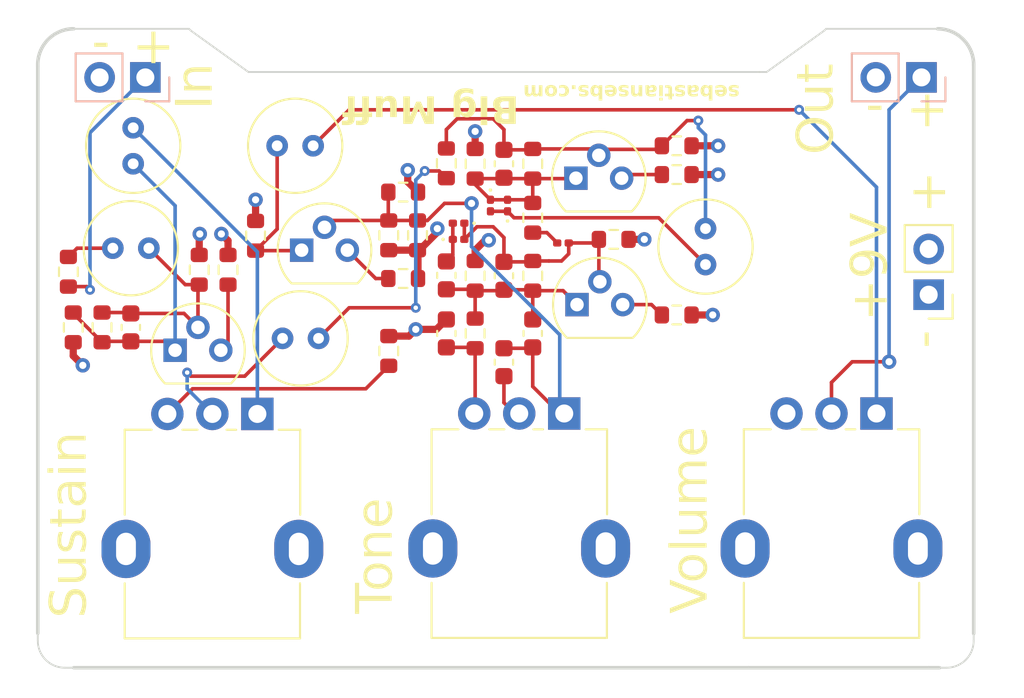
<source format=kicad_pcb>
(kicad_pcb (version 20241229) (generator "pcbnew") (generator_version "9.0")
  (title_block (title "${DOC_TYPE} Document") (date "2024-04-13") (rev "1.1") (company "${COMPANY}"))
  (layers (0 "F.Cu" signal "L1 (Sig, PWR)") (4 "In1.Cu" signal "L2 (GND)") (6 "In2.Cu" signal "L3 (Sig, PWR)") (2 "B.Cu" signal "L6 (Sig, PWR)") (13 "F.Paste" user) (15 "B.Paste" user) (5 "F.SilkS" user "F.Silkscreen") (7 "B.SilkS" user "B.Silkscreen") (1 "F.Mask" user) (3 "B.Mask" user) (25 "Edge.Cuts" user))
  (property "BOARD_NAME" "Board Name")
  (property "COMPANY" "Company Name")
  (property "DESIGNER" "Designer Name")
  (property "DOC_TYPE" "Fabrication")
  (property "PROJECT_NAME" "Project Name")
  (property "RELEASE_DATE" "Release Date")
  (property "REVIEWER" "Reviewer Name")
  (property "REVISION" "Revision Number")
  (property "VARIANT" "Variant Name")
  (net 0 "")
  (net 1 "Net-(C1-Pad2)")
  (net 2 "B1")
  (net 3 "C1")
  (net 4 "Net-(C3-Pad2)")
  (net 5 "B2")
  (net 6 "C2")
  (net 7 "Net-(D1-A)")
  (net 8 "Net-(C8-Pad2)")
  (net 9 "C4")
  (net 10 "C3")
  (net 11 "B3")
  (net 12 "Net-(D3-K)")
  (net 13 "B4")
  (net 14 "Net-(C12-Pad1)")
  (net 15 "Net-(C13-Pad2)")
  (net 16 "GND")
  (net 17 "Net-(C14-Pad1)")
  (net 18 "Net-(C14-Pad2)")
  (net 19 "Net-(C15-Pad1)")
  (net 20 "OUT")
  (net 21 "IN")
  (net 22 "9V")
  (net 23 "Net-(R6-Pad1)")
  (net 24 "E2")
  (net 25 "E3")
  (net 26 "E4")
  (net 27 "E1")
  (footprint "Potentiometer_THT:Potentiometer_Alpha_RD901F-40-00D_Single_Vertical" (layer "F.Cu") (at 212.1 83.875 -90)
    (property "Reference" "RV3" (hide yes))
    (property "Value" "Volume")
    (pad "" thru_hole oval (at 7.499999 -2.3) (size 2.72 3.24) (drill oval 1.1 1.8) (layers "*.Cu" "*.Mask"))
    (pad "" thru_hole oval (at 7.499999 7.3) (size 2.72 3.24) (drill oval 1.1 1.8) (layers "*.Cu" "*.Mask"))
    (pad "1" thru_hole rect (at 0 0) (size 1.8 1.8) (drill 1) (layers "*.Cu" "*.Mask") (net 8 "Net-(C8-Pad2)"))
    (pad "2" thru_hole circle (at 0 2.5) (size 1.8 1.8) (drill 1) (layers "*.Cu" "*.Mask") (net 20 "OUT"))
    (pad "3" thru_hole circle (at 0 5) (size 1.8 1.8) (drill 1) (layers "*.Cu" "*.Mask") (net 16 "GND"))
  )
  (footprint "Resistor_SMD:R_0603_1608Metric" (layer "F.Cu") (at 169.07 79.09 90)
    (property "Reference" "R2" (hide yes))
    (property "Value" "R" (hide yes))
    (pad "1" smd roundrect (at -0.825 0 90) (size 0.8 0.95) (layers "F.Cu" "F.Mask" "F.Paste") (net 3 "C1"))
    (pad "2" smd roundrect (at 0.825 0 90) (size 0.8 0.95) (layers "F.Cu" "F.Mask" "F.Paste") (net 2 "B1"))
  )
  (footprint "Capacitor_THT:C_Radial_D5.0mm_H7.0mm_P2.00mm" (layer "F.Cu") (at 178.8 69)
    (property "Reference" "C8" (hide yes))
    (property "Value" "1uF" (hide yes))
    (pad "1" thru_hole circle (at 0 0) (size 1.2 1.2) (drill 0.6) (layers "*.Cu" "*.Mask") (net 9 "C4"))
    (pad "2" thru_hole circle (at 2.000001 0) (size 1.2 1.2) (drill 0.6) (layers "*.Cu" "*.Mask") (net 8 "Net-(C8-Pad2)"))
  )
  (footprint "Capacitor_SMD:C_0603_1608Metric" (layer "F.Cu") (at 191.4 81.025 90)
    (property "Reference" "C12" (hide yes))
    (property "Value" "0.1uF" (hide yes))
    (pad "1" smd roundrect (at -0.775 0 90) (size 0.9 0.95) (layers "F.Cu" "F.Mask" "F.Paste") (net 14 "Net-(C12-Pad1)"))
    (pad "2" smd roundrect (at 0.775 0 90) (size 0.9 0.95) (layers "F.Cu" "F.Mask" "F.Paste") (net 13 "B4"))
  )
  (footprint "Capacitor_THT:C_Radial_D5.0mm_H7.0mm_P2.00mm" (layer "F.Cu") (at 181.100001 79.7 180)
    (property "Reference" "C14" (hide yes))
    (property "Value" "1uF" (hide yes))
    (pad "1" thru_hole circle (at 0 0 180) (size 1.2 1.2) (drill 0.6) (layers "*.Cu" "*.Mask") (net 17 "Net-(C14-Pad1)"))
    (pad "2" thru_hole circle (at 2.000001 0 180) (size 1.2 1.2) (drill 0.6) (layers "*.Cu" "*.Mask") (net 18 "Net-(C14-Pad2)"))
  )
  (footprint "Resistor_SMD:R_0603_1608Metric" (layer "F.Cu") (at 167.47 79.09 -90)
    (property "Reference" "R3" (hide yes))
    (property "Value" "16k" (hide yes))
    (pad "1" smd roundrect (at -0.825 0 270) (size 0.8 0.95) (layers "F.Cu" "F.Mask" "F.Paste") (net 3 "C1"))
    (pad "2" smd roundrect (at 0.825 0 270) (size 0.8 0.95) (layers "F.Cu" "F.Mask" "F.Paste") (net 22 "9V"))
  )
  (footprint "Resistor_SMD:R_0603_1608Metric" (layer "F.Cu") (at 193 73 -90)
    (property "Reference" "R12" (hide yes))
    (property "Value" "10k" (hide yes))
    (pad "1" smd roundrect (at -0.825 0 270) (size 0.8 0.95) (layers "F.Cu" "F.Mask" "F.Paste") (net 6 "C2"))
    (pad "2" smd roundrect (at 0.825 0 270) (size 0.8 0.95) (layers "F.Cu" "F.Mask" "F.Paste") (net 19 "Net-(C15-Pad1)"))
  )
  (footprint "Resistor_SMD:R_0603_1608Metric" (layer "F.Cu") (at 174.47 75.89 90)
    (property "Reference" "R4" (hide yes))
    (property "Value" "100k" (hide yes))
    (pad "1" smd roundrect (at -0.825 0 90) (size 0.8 0.95) (layers "F.Cu" "F.Mask" "F.Paste") (net 2 "B1"))
    (pad "2" smd roundrect (at 0.825 0 90) (size 0.8 0.95) (layers "F.Cu" "F.Mask" "F.Paste") (net 16 "GND"))
  )
  (footprint "Diode_SMD:D_0201_0603Metric" (layer "F.Cu") (at 188.88 74.2)
    (property "Reference" "D3" (hide yes))
    (property "Value" "1N914" (hide yes))
    (pad "1" smd roundrect (at -0.32 0) (size 0.46 0.4) (layers "F.Cu" "F.Mask") (net 12 "Net-(D3-K)"))
    (pad "2" smd roundrect (at 0.32 0) (size 0.46 0.4) (layers "F.Cu" "F.Mask") (net 11 "B3"))
  )
  (footprint "Capacitor_SMD:C_0603_1608Metric" (layer "F.Cu") (at 170.67 79.09 -90)
    (property "Reference" "C2" (hide yes))
    (property "Value" "470pF" (hide yes))
    (pad "1" smd roundrect (at -0.775 0 270) (size 0.9 0.95) (layers "F.Cu" "F.Mask" "F.Paste") (net 2 "B1"))
    (pad "2" smd roundrect (at 0.775 0 270) (size 0.9 0.95) (layers "F.Cu" "F.Mask" "F.Paste") (net 3 "C1"))
  )
  (footprint "Resistor_SMD:R_0603_1608Metric" (layer "F.Cu") (at 185.8 76.375)
    (property "Reference" "R21" (hide yes))
    (property "Value" "1.6k" (hide yes))
    (pad "1" smd roundrect (at -0.825 0) (size 0.8 0.95) (layers "F.Cu" "F.Mask" "F.Paste") (net 26 "E4"))
    (pad "2" smd roundrect (at 0.825 0) (size 0.8 0.95) (layers "F.Cu" "F.Mask" "F.Paste") (net 16 "GND"))
  )
  (footprint "Resistor_SMD:R_0603_1608Metric" (layer "F.Cu") (at 193 76.225 90)
    (property "Reference" "R13" (hide yes))
    (property "Value" "476k" (hide yes))
    (pad "1" smd roundrect (at -0.825 0 90) (size 0.8 0.95) (layers "F.Cu" "F.Mask" "F.Paste") (net 10 "C3"))
    (pad "2" smd roundrect (at 0.825 0 90) (size 0.8 0.95) (layers "F.Cu" "F.Mask" "F.Paste") (net 11 "B3"))
  )
  (footprint "Resistor_SMD:R_0603_1608Metric" (layer "F.Cu") (at 185.8 71.575 180)
    (property "Reference" "R19" (hide yes))
    (property "Value" "476k" (hide yes))
    (pad "1" smd roundrect (at -0.825 0 180) (size 0.8 0.95) (layers "F.Cu" "F.Mask" "F.Paste") (net 22 "9V"))
    (pad "2" smd roundrect (at 0.825 0 180) (size 0.8 0.95) (layers "F.Cu" "F.Mask" "F.Paste") (net 13 "B4"))
  )
  (footprint "Resistor_SMD:R_0603_1608Metric" (layer "F.Cu") (at 201 70.6)
    (property "Reference" "R10" (hide yes))
    (property "Value" "100" (hide yes))
    (pad "1" smd roundrect (at -0.825 0) (size 0.8 0.95) (layers "F.Cu" "F.Mask" "F.Paste") (net 24 "E2"))
    (pad "2" smd roundrect (at 0.825 0) (size 0.8 0.95) (layers "F.Cu" "F.Mask" "F.Paste") (net 16 "GND"))
  )
  (footprint "Package_TO_SOT_THT:TO-92" (layer "F.Cu") (at 195.4 70.8)
    (property "Reference" "Q2" (hide yes))
    (property "Value" "2N2222" (hide yes))
    (pad "B2" thru_hole circle (at 1.27 -1.27) (size 1.3 1.3) (drill 0.75) (layers "*.Cu" "*.Mask") (net 5 "B2"))
    (pad "C2" thru_hole rect (at 0 0) (size 1.3 1.3) (drill 0.75) (layers "*.Cu" "*.Mask") (net 6 "C2"))
    (pad "E2" thru_hole circle (at 2.54 0) (size 1.3 1.3) (drill 0.75) (layers "*.Cu" "*.Mask") (net 24 "E2"))
  )
  (footprint "Resistor_SMD:R_0603_1608Metric" (layer "F.Cu") (at 186.6 73.975 -90)
    (property "Reference" "R18" (hide yes))
    (property "Value" "22k" (hide yes))
    (pad "1" smd roundrect (at -0.825 0 270) (size 0.8 0.95) (layers "F.Cu" "F.Mask" "F.Paste") (net 13 "B4"))
    (pad "2" smd roundrect (at 0.825 0 270) (size 0.8 0.95) (layers "F.Cu" "F.Mask" "F.Paste") (net 16 "GND"))
  )
  (footprint "Resistor_SMD:R_0603_1608Metric" (layer "F.Cu") (at 193 70 90)
    (property "Reference" "R8" (hide yes))
    (property "Value" "476k" (hide yes))
    (pad "1" smd roundrect (at -0.825 0 90) (size 0.8 0.95) (layers "F.Cu" "F.Mask" "F.Paste") (net 6 "C2"))
    (pad "2" smd roundrect (at 0.825 0 90) (size 0.8 0.95) (layers "F.Cu" "F.Mask" "F.Paste") (net 5 "B2"))
  )
  (footprint "Connector_PinHeader_2.54mm:PinHeader_1x02_P2.54mm_Vertical" (layer "F.Cu") (at 215 77.275 180)
    (property "Reference" "J3" (hide yes))
    (property "Value" "9V" (hide yes))
    (pad "1" thru_hole rect (at 0 0 180) (size 1.7 1.7) (drill 1) (layers "*.Cu" "*.Mask") (net 22 "9V"))
    (pad "2" thru_hole oval (at 0 2.54 180) (size 1.7 1.7) (drill 1) (layers "*.Cu" "*.Mask") (net 16 "GND"))
  )
  (footprint "Resistor_SMD:R_0603_1608Metric" (layer "F.Cu") (at 201 69)
    (property "Reference" "R9" (hide yes))
    (property "Value" "100k" (hide yes))
    (pad "1" smd roundrect (at -0.825 0) (size 0.8 0.95) (layers "F.Cu" "F.Mask" "F.Paste") (net 5 "B2"))
    (pad "2" smd roundrect (at 0.825 0) (size 0.8 0.95) (layers "F.Cu" "F.Mask" "F.Paste") (net 16 "GND"))
  )
  (footprint "Resistor_SMD:R_0603_1608Metric" (layer "F.Cu") (at 197.5 74.2)
    (property "Reference" "R14" (hide yes))
    (property "Value" "100k" (hide yes))
    (pad "1" smd roundrect (at -0.825 0) (size 0.8 0.95) (layers "F.Cu" "F.Mask" "F.Paste") (net 11 "B3"))
    (pad "2" smd roundrect (at 0.825 0) (size 0.8 0.95) (layers "F.Cu" "F.Mask" "F.Paste") (net 16 "GND"))
  )
  (footprint "Resistor_SMD:R_0603_1608Metric" (layer "F.Cu") (at 177.6 74 -90)
    (property "Reference" "R22" (hide yes))
    (property "Value" "10k" (hide yes))
    (pad "1" smd roundrect (at -0.825 0 270) (size 0.8 0.95) (layers "F.Cu" "F.Mask" "F.Paste") (net 22 "9V"))
    (pad "2" smd roundrect (at 0.825 0 270) (size 0.8 0.95) (layers "F.Cu" "F.Mask" "F.Paste") (net 9 "C4"))
  )
  (footprint "Capacitor_SMD:C_0603_1608Metric" (layer "F.Cu") (at 188.2 79.425 -90)
    (property "Reference" "C13" (hide yes))
    (property "Value" "0.047uF" (hide yes))
    (pad "1" smd roundrect (at -0.775 0 270) (size 0.9 0.95) (layers "F.Cu" "F.Mask" "F.Paste") (net 16 "GND"))
    (pad "2" smd roundrect (at 0.775 0 270) (size 0.9 0.95) (layers "F.Cu" "F.Mask" "F.Paste") (net 15 "Net-(C13-Pad2)"))
  )
  (footprint "Diode_SMD:D_0201_0603Metric" (layer "F.Cu") (at 188.88 73.3 180)
    (property "Reference" "D4" (hide yes))
    (property "Value" "1N914" (hide yes))
    (pad "1" smd roundrect (at -0.32 0 180) (size 0.46 0.4) (layers "F.Cu" "F.Mask") (net 11 "B3"))
    (pad "2" smd roundrect (at 0.32 0 180) (size 0.46 0.4) (layers "F.Cu" "F.Mask") (net 12 "Net-(D3-K)"))
  )
  (footprint "Capacitor_SMD:C_0603_1608Metric" (layer "F.Cu") (at 191.4 70 -90)
    (property "Reference" "C5" (hide yes))
    (property "Value" "470pF" (hide yes))
    (pad "1" smd roundrect (at -0.775 0 270) (size 0.9 0.95) (layers "F.Cu" "F.Mask" "F.Paste") (net 5 "B2"))
    (pad "2" smd roundrect (at 0.775 0 270) (size 0.9 0.95) (layers "F.Cu" "F.Mask" "F.Paste") (net 6 "C2"))
  )
  (footprint "Diode_SMD:D_0201_0603Metric" (layer "F.Cu") (at 191.6 72.32 90)
    (property "Reference" "D2" (hide yes))
    (property "Value" "1N914" (hide yes))
    (pad "1" smd roundrect (at -0.32 0 90) (size 0.46 0.4) (layers "F.Cu" "F.Mask") (net 7 "Net-(D1-A)"))
    (pad "2" smd roundrect (at 0.32 0 90) (size 0.46 0.4) (layers "F.Cu" "F.Mask") (net 6 "C2"))
  )
  (footprint "Resistor_SMD:R_0603_1608Metric" (layer "F.Cu") (at 176.07 75.89 90)
    (property "Reference" "R23" (hide yes))
    (property "Value" "100" (hide yes))
    (pad "1" smd roundrect (at -0.825 0 90) (size 0.8 0.95) (layers "F.Cu" "F.Mask" "F.Paste") (net 27 "E1"))
    (pad "2" smd roundrect (at 0.825 0 90) (size 0.8 0.95) (layers "F.Cu" "F.Mask" "F.Paste") (net 16 "GND"))
  )
  (footprint "Resistor_SMD:R_0603_1608Metric" (layer "F.Cu") (at 185 80.4 90)
    (property "Reference" "R6" (hide yes))
    (property "Value" "1k" (hide yes))
    (pad "1" smd roundrect (at -0.825 0 90) (size 0.8 0.95) (layers "F.Cu" "F.Mask" "F.Paste") (net 23 "Net-(R6-Pad1)"))
    (pad "2" smd roundrect (at 0.825 0 90) (size 0.8 0.95) (layers "F.Cu" "F.Mask" "F.Paste") (net 16 "GND"))
  )
  (footprint "Potentiometer_THT:Potentiometer_Alpha_RD901F-40-00D_Single_Vertical" (layer "F.Cu") (at 194.75 83.875 -90)
    (property "Reference" "RV2" (hide yes))
    (property "Value" "Tone")
    (pad "" thru_hole oval (at 7.499999 -2.3) (size 2.72 3.24) (drill oval 1.1 1.8) (layers "*.Cu" "*.Mask"))
    (pad "" thru_hole oval (at 7.499999 7.3) (size 2.72 3.24) (drill oval 1.1 1.8) (layers "*.Cu" "*.Mask"))
    (pad "1" thru_hole rect (at 0 0) (size 1.8 1.8) (drill 1) (layers "*.Cu" "*.Mask") (net 13 "B4"))
    (pad "2" thru_hole circle (at 0 2.5) (size 1.8 1.8) (drill 1) (layers "*.Cu" "*.Mask") (net 14 "Net-(C12-Pad1)"))
    (pad "3" thru_hole circle (at 0 5) (size 1.8 1.8) (drill 1) (layers "*.Cu" "*.Mask") (net 15 "Net-(C13-Pad2)"))
  )
  (footprint "Capacitor_THT:C_Radial_D5.0mm_H7.0mm_P2.00mm" (layer "F.Cu") (at 170.8 70 90)
    (property "Reference" "C3" (hide yes))
    (property "Value" "1uF")
    (pad "1" thru_hole circle (at 0 0 90) (size 1.2 1.2) (drill 0.6) (layers "*.Cu" "*.Mask") (net 3 "C1"))
    (pad "2" thru_hole circle (at 2.000001 0 90) (size 1.2 1.2) (drill 0.6) (layers "*.Cu" "*.Mask") (net 4 "Net-(C3-Pad2)"))
  )
  (footprint "Diode_SMD:D_0201_0603Metric" (layer "F.Cu") (at 190.65 72.32 -90)
    (property "Reference" "D1" (hide yes))
    (property "Value" "1N914" (hide yes))
    (pad "1" smd roundrect (at -0.32 0 270) (size 0.46 0.4) (layers "F.Cu" "F.Mask") (net 6 "C2"))
    (pad "2" smd roundrect (at 0.32 0 270) (size 0.46 0.4) (layers "F.Cu" "F.Mask") (net 7 "Net-(D1-A)"))
  )
  (footprint "Potentiometer_THT:Potentiometer_Alpha_RD901F-40-00D_Single_Vertical" (layer "F.Cu") (at 177.7 83.900001 -90)
    (property "Reference" "RV1" (hide yes))
    (property "Value" "Sustain")
    (pad "" thru_hole oval (at 7.499999 -2.3) (size 2.72 3.24) (drill oval 1.1 1.8) (layers "*.Cu" "*.Mask"))
    (pad "" thru_hole oval (at 7.499999 7.3) (size 2.72 3.24) (drill oval 1.1 1.8) (layers "*.Cu" "*.Mask"))
    (pad "1" thru_hole rect (at 0 0) (size 1.8 1.8) (drill 1) (layers "*.Cu" "*.Mask") (net 4 "Net-(C3-Pad2)"))
    (pad "2" thru_hole circle (at 0 2.5) (size 1.8 1.8) (drill 1) (layers "*.Cu" "*.Mask") (net 18 "Net-(C14-Pad2)"))
    (pad "3" thru_hole circle (at 0 5) (size 1.8 1.8) (drill 1) (layers "*.Cu" "*.Mask") (net 23 "Net-(R6-Pad1)"))
  )
  (footprint "Resistor_SMD:R_0603_1608Metric" (layer "F.Cu") (at 201 78.4)
    (property "Reference" "R15" (hide yes))
    (property "Value" "100" (hide yes))
    (pad "1" smd roundrect (at -0.825 0) (size 0.8 0.95) (layers "F.Cu" "F.Mask" "F.Paste") (net 25 "E3"))
    (pad "2" smd roundrect (at 0.825 0) (size 0.8 0.95) (layers "F.Cu" "F.Mask" "F.Paste") (net 16 "GND"))
  )
  (footprint "Package_TO_SOT_THT:TO-92" (layer "F.Cu") (at 173.13 80.36)
    (property "Reference" "Q1" (hide yes))
    (property "Value" "2N2222" (hide yes))
    (pad "B1" thru_hole circle (at 1.27 -1.27) (size 1.3 1.3) (drill 0.75) (layers "*.Cu" "*.Mask") (net 2 "B1"))
    (pad "C1" thru_hole rect (at 0 0) (size 1.3 1.3) (drill 0.75) (layers "*.Cu" "*.Mask") (net 3 "C1"))
    (pad "E1" thru_hole circle (at 2.54 0) (size 1.3 1.3) (drill 0.75) (layers "*.Cu" "*.Mask") (net 27 "E1"))
  )
  (footprint "Capacitor_SMD:C_0201_0603Metric" (layer "F.Cu") (at 194.68 74.4)
    (property "Reference" "C15" (hide yes))
    (property "Value" "0.1uF" (hide yes))
    (pad "1" smd roundrect (at -0.32 0) (size 0.46 0.4) (layers "F.Cu" "F.Mask") (net 19 "Net-(C15-Pad1)"))
    (pad "2" smd roundrect (at 0.32 0) (size 0.46 0.4) (layers "F.Cu" "F.Mask") (net 11 "B3"))
  )
  (footprint "Capacitor_THT:C_Radial_D5.0mm_H7.0mm_P2.00mm" (layer "F.Cu") (at 171.67 74.69 180)
    (property "Reference" "C1" (hide yes))
    (property "Value" "1uF" (hide yes))
    (pad "1" thru_hole circle (at 0 0 180) (size 1.2 1.2) (drill 0.6) (layers "*.Cu" "*.Mask") (net 2 "B1"))
    (pad "2" thru_hole circle (at 2.000001 0 180) (size 1.2 1.2) (drill 0.6) (layers "*.Cu" "*.Mask") (net 1 "Net-(C1-Pad2)"))
  )
  (footprint "Capacitor_SMD:C_0603_1608Metric" (layer "F.Cu") (at 191.4 76.225 -90)
    (property "Reference" "C9" (hide yes))
    (property "Value" "470pF" (hide yes))
    (pad "1" smd roundrect (at -0.775 0 270) (size 0.9 0.95) (layers "F.Cu" "F.Mask" "F.Paste") (net 11 "B3"))
    (pad "2" smd roundrect (at 0.775 0 270) (size 0.9 0.95) (layers "F.Cu" "F.Mask" "F.Paste") (net 10 "C3"))
  )
  (footprint "Resistor_SMD:R_0603_1608Metric" (layer "F.Cu") (at 185 73.975 -90)
    (property "Reference" "R20" (hide yes))
    (property "Value" "100k" (hide yes))
    (pad "1" smd roundrect (at -0.825 0 270) (size 0.8 0.95) (layers "F.Cu" "F.Mask" "F.Paste") (net 13 "B4"))
    (pad "2" smd roundrect (at 0.825 0 270) (size 0.8 0.95) (layers "F.Cu" "F.Mask" "F.Paste") (net 16 "GND"))
  )
  (footprint "Resistor_SMD:R_0603_1608Metric" (layer "F.Cu") (at 189.8 79.425 90)
    (property "Reference" "R17" (hide yes))
    (property "Value" "33k" (hide yes))
    (pad "1" smd roundrect (at -0.825 0 90) (size 0.8 0.95) (layers "F.Cu" "F.Mask" "F.Paste") (net 15 "Net-(C13-Pad2)"))
    (pad "2" smd roundrect (at 0.825 0 90) (size 0.8 0.95) (layers "F.Cu" "F.Mask" "F.Paste") (net 10 "C3"))
  )
  (footprint "Resistor_SMD:R_0603_1608Metric" (layer "F.Cu") (at 189.8 76.225 -90)
    (property "Reference" "R16" (hide yes))
    (property "Value" "16k" (hide yes))
    (pad "1" smd roundrect (at -0.825 0 270) (size 0.8 0.95) (layers "F.Cu" "F.Mask" "F.Paste") (net 22 "9V"))
    (pad "2" smd roundrect (at 0.825 0 270) (size 0.8 0.95) (layers "F.Cu" "F.Mask" "F.Paste") (net 10 "C3"))
  )
  (footprint "Resistor_SMD:R_0603_1608Metric" (layer "F.Cu") (at 167.2 76 90)
    (property "Reference" "R1" (hide yes))
    (property "Value" "33k" (hide yes))
    (pad "1" smd roundrect (at -0.825 0 90) (size 0.8 0.95) (layers "F.Cu" "F.Mask" "F.Paste") (net 21 "IN"))
    (pad "2" smd roundrect (at 0.825 0 90) (size 0.8 0.95) (layers "F.Cu" "F.Mask" "F.Paste") (net 1 "Net-(C1-Pad2)"))
  )
  (footprint "Capacitor_THT:C_Radial_D5.0mm_H7.0mm_P2.00mm" (layer "F.Cu") (at 202.6 73.6 -90)
    (property "Reference" "C6" (hide yes))
    (property "Value" "1uF" (hide yes))
    (pad "1" thru_hole circle (at 0 0 270) (size 1.2 1.2) (drill 0.6) (layers "*.Cu" "*.Mask") (net 5 "B2"))
    (pad "2" thru_hole circle (at 2.000001 0 270) (size 1.2 1.2) (drill 0.6) (layers "*.Cu" "*.Mask") (net 7 "Net-(D1-A)"))
  )
  (footprint "Package_TO_SOT_THT:TO-92" (layer "F.Cu") (at 195.46 77.825)
    (property "Reference" "Q3" (hide yes))
    (property "Value" "2N2222" (hide yes))
    (pad "B3" thru_hole circle (at 1.27 -1.27) (size 1.3 1.3) (drill 0.75) (layers "*.Cu" "*.Mask") (net 11 "B3"))
    (pad "C3" thru_hole rect (at 0 0) (size 1.3 1.3) (drill 0.75) (layers "*.Cu" "*.Mask") (net 10 "C3"))
    (pad "E3" thru_hole circle (at 2.54 0) (size 1.3 1.3) (drill 0.75) (layers "*.Cu" "*.Mask") (net 25 "E3"))
  )
  (footprint "Resistor_SMD:R_0603_1608Metric" (layer "F.Cu") (at 189.8 70 -90)
    (property "Reference" "R11" (hide yes))
    (property "Value" "16k" (hide yes))
    (pad "1" smd roundrect (at -0.825 0 270) (size 0.8 0.95) (layers "F.Cu" "F.Mask" "F.Paste") (net 22 "9V"))
    (pad "2" smd roundrect (at 0.825 0 270) (size 0.8 0.95) (layers "F.Cu" "F.Mask" "F.Paste") (net 6 "C2"))
  )
  (footprint "Capacitor_SMD:C_0603_1608Metric" (layer "F.Cu") (at 193 79.425 -90)
    (property "Reference" "C11" (hide yes))
    (property "Value" "0.0033uF" (hide yes))
    (pad "1" smd roundrect (at -0.775 0 270) (size 0.9 0.95) (layers "F.Cu" "F.Mask" "F.Paste") (net 10 "C3"))
    (pad "2" smd roundrect (at 0.775 0 270) (size 0.9 0.95) (layers "F.Cu" "F.Mask" "F.Paste") (net 13 "B4"))
  )
  (footprint "Package_TO_SOT_THT:TO-92" (layer "F.Cu") (at 180.16 74.8)
    (property "Reference" "Q4" (hide yes))
    (property "Value" "2N2222" (hide yes))
    (pad "B4" thru_hole circle (at 1.27 -1.27) (size 1.3 1.3) (drill 0.75) (layers "*.Cu" "*.Mask") (net 13 "B4"))
    (pad "C4" thru_hole rect (at 0 0) (size 1.3 1.3) (drill 0.75) (layers "*.Cu" "*.Mask") (net 9 "C4"))
    (pad "E4" thru_hole circle (at 2.54 0) (size 1.3 1.3) (drill 0.75) (layers "*.Cu" "*.Mask") (net 26 "E4"))
  )
  (footprint "Capacitor_SMD:C_0603_1608Metric" (layer "F.Cu") (at 188.2 76.2 -90)
    (property "Reference" "C10" (hide yes))
    (property "Value" "0.1uF" (hide yes))
    (pad "1" smd roundrect (at -0.775 0 270) (size 0.9 0.95) (layers "F.Cu" "F.Mask" "F.Paste") (net 12 "Net-(D3-K)"))
    (pad "2" smd roundrect (at 0.775 0 270) (size 0.9 0.95) (layers "F.Cu" "F.Mask" "F.Paste") (net 10 "C3"))
  )
  (footprint "Resistor_SMD:R_0603_1608Metric" (layer "F.Cu") (at 188.2 69.975 -90)
    (property "Reference" "R7" (hide yes))
    (property "Value" "10k" (hide yes))
    (pad "1" smd roundrect (at -0.825 0 270) (size 0.8 0.95) (layers "F.Cu" "F.Mask" "F.Paste") (net 5 "B2"))
    (pad "2" smd roundrect (at 0.825 0 270) (size 0.8 0.95) (layers "F.Cu" "F.Mask" "F.Paste") (net 17 "Net-(C14-Pad1)"))
  )
  (footprint "Connector_PinHeader_2.54mm:PinHeader_1x02_P2.54mm_Vertical" (layer "B.Cu") (at 214.6 65.2 90)
    (property "Reference" "J4" (hide yes))
    (property "Value" "9V" (hide yes))
    (pad "1" thru_hole rect (at 0 0 90) (size 1.7 1.7) (drill 1) (layers "*.Cu" "*.Mask") (net 20 "OUT"))
    (pad "2" thru_hole oval (at 0 -2.54 90) (size 1.7 1.7) (drill 1) (layers "*.Cu" "*.Mask") (net 16 "GND"))
  )
  (footprint "Connector_PinHeader_2.54mm:PinHeader_1x02_P2.54mm_Vertical" (layer "B.Cu") (at 171.475 65.2 90)
    (property "Reference" "J2" (hide yes))
    (property "Value" "9V" (hide yes))
    (pad "1" thru_hole rect (at 0 0 90) (size 1.7 1.7) (drill 1) (layers "*.Cu" "*.Mask") (net 21 "IN"))
    (pad "2" thru_hole oval (at 0 -2.54 90) (size 1.7 1.7) (drill 1) (layers "*.Cu" "*.Mask") (net 16 "GND"))
  )
  (gr_arc (start 217.5 96.5) (mid 217.06066 97.56066) (end 216 98) (stroke (width 0.1)) (layer "Edge.Cuts"))
  (gr_arc (start 165.498079 64.585786) (mid 166.052076 63.116552) (end 167.496244 62.500161) (stroke (width 0.2)) (layer "Edge.Cuts"))
  (gr_line (start 206 64.9) (end 209.2 62.6) (stroke (width 0.1)) (layer "Edge.Cuts"))
  (gr_arc (start 215.499998 62.5) (mid 216.914213 63.085786) (end 217.5 64.5) (stroke (width 0.2)) (layer "Edge.Cuts"))
  (gr_line (start 167.5 98) (end 167 98) (stroke (width 0.1)) (layer "Edge.Cuts"))
  (gr_line (start 177.2 64.9) (end 205.6 64.9) (stroke (width 0.1)) (layer "Edge.Cuts"))
  (gr_line (start 205.6 64.9) (end 206 64.9) (stroke (width 0.1)) (layer "Edge.Cuts"))
  (gr_line (start 165.498079 96.085786) (end 165.498079 96.5) (stroke (width 0.1)) (layer "Edge.Cuts"))
  (gr_line (start 165.498079 64.585786) (end 165.498079 96.085786) (stroke (width 0.2)) (layer "Edge.Cuts"))
  (gr_line (start 215.6 98) (end 215 98) (stroke (width 0.2)) (layer "Edge.Cuts"))
  (gr_line (start 215.5 62.5) (end 209.3 62.5) (stroke (width 0.1)) (layer "Edge.Cuts"))
  (gr_arc (start 167 98) (mid 165.93934 97.56066) (end 165.5 96.5) (stroke (width 0.1)) (layer "Edge.Cuts"))
  (gr_line (start 217.5 64.5) (end 217.5 96.1) (stroke (width 0.2)) (layer "Edge.Cuts"))
  (gr_line (start 167.496244 62.500248) (end 173.9 62.500161) (stroke (width 0.1)) (layer "Edge.Cuts"))
  (gr_line (start 204.999999 98) (end 215 98) (stroke (width 0.2)) (layer "Edge.Cuts"))
  (gr_line (start 174 62.6) (end 173.900161 62.500161) (stroke (width 0.1)) (layer "Edge.Cuts"))
  (gr_line (start 209.2 62.6) (end 209.3 62.5) (stroke (width 0.1)) (layer "Edge.Cuts"))
  (gr_line (start 215.6 98) (end 216 98) (stroke (width 0.1)) (layer "Edge.Cuts"))
  (gr_line (start 204.999999 98) (end 167.5 98) (stroke (width 0.2)) (layer "Edge.Cuts"))
  (gr_line (start 217.5 96.1) (end 217.5 96.5) (stroke (width 0.1)) (layer "Edge.Cuts"))
  (gr_line (start 174 62.6) (end 177.2 64.9) (stroke (width 0.1)) (layer "Edge.Cuts"))
  (gr_text "-\n" (at 211.5 68 0) (layer "F.SilkS") (effects (font (size 2 2)) (justify left bottom)))
  (gr_text "+" (at 170.75 64.75 0) (layer "F.SilkS") (effects (font (size 2 2)) (justify left bottom)))
  (gr_text "Volume" (at 203 95 90) (layer "F.SilkS") (effects (font (size 2 2)) (justify left bottom)))
  (gr_text "-\n" (at 168.5 64.5 0) (layer "F.SilkS") (effects (font (size 2 2)) (justify left bottom)))
  (gr_text "Sustain" (at 168.5 95.25 90) (layer "F.SilkS") (effects (font (size 2 2)) (justify left bottom)))
  (gr_text "+" (at 213.75 68.25 0) (layer "F.SilkS") (effects (font (size 2 2)) (justify left bottom)))
  (gr_text "In\n" (at 175.5 67 90) (layer "F.SilkS") (effects (font (size 2 2)) (justify left bottom)))
  (gr_text "Out" (at 210 69.5 90) (layer "F.SilkS") (effects (font (size 2 2)) (justify left bottom)))
  (gr_text "sebastiansebs.com" (at 204.5 65.5 180) (layer "F.SilkS") (effects (font (size 0.8 0.8) (thickness 0.2) (bold yes) (italic yes)) (justify left bottom)))
  (gr_text "+" (at 216.25 72.75 90) (layer "F.SilkS") (effects (font (size 2 2)) (justify left bottom)))
  (gr_text "Big Muff" (at 192.25 66 180) (layer "F.SilkS") (effects (font (size 1.5 1.5) (thickness 0.2) (bold yes) (italic yes)) (justify left bottom)))
  (gr_text "+9V" (at 213 78.75 90) (layer "F.SilkS") (effects (font (size 2 2)) (justify left bottom)))
  (gr_text "Tone\n" (at 185.5 95 90) (layer "F.SilkS") (effects (font (size 2 2)) (justify left bottom)))
  (gr_text "-\n" (at 216 80.25 90) (layer "F.SilkS") (effects (font (size 2 2)) (justify left bottom)))
  (segment (start 167.685 74.69) (end 167.2 75.175) (width 0.2) (layer "F.Cu") (net 1))
  (segment (start 169.669999 74.69) (end 167.685 74.69) (width 0.2) (layer "F.Cu") (net 1))
  (segment (start 170.67 78.315) (end 172.87 78.315) (width 0.2) (layer "F.Cu") (net 2))
  (segment (start 169.07 78.265) (end 170.62 78.265) (width 0.2) (layer "F.Cu") (net 2))
  (segment (start 170.62 78.265) (end 170.67 78.315) (width 0.2) (layer "F.Cu") (net 2))
  (segment (start 174.4 79.09) (end 174.4 76.785) (width 0.2) (layer "F.Cu") (net 2))
  (segment (start 173.625 78.315) (end 172.87 78.315) (width 0.2) (layer "F.Cu") (net 2))
  (segment (start 174.4 79.09) (end 173.625 78.315) (width 0.2) (layer "F.Cu") (net 2))
  (segment (start 174.47 76.715) (end 173.695 76.715) (width 0.2) (layer "F.Cu") (net 2))
  (segment (start 174.4 76.785) (end 174.47 76.715) (width 0.2) (layer "F.Cu") (net 2))
  (segment (start 173.695 76.715) (end 171.67 74.69) (width 0.2) (layer "F.Cu") (net 2))
  (segment (start 170.67 79.865) (end 169.12 79.865) (width 0.2) (layer "F.Cu") (net 3))
  (segment (start 169.12 79.865) (end 169.07 79.915) (width 0.2) (layer "F.Cu") (net 3))
  (segment (start 172.635 79.865) (end 173.13 80.36) (width 0.2) (layer "F.Cu") (net 3))
  (segment (start 167.47 78.315) (end 169.07 79.915) (width 0.2) (layer "F.Cu") (net 3))
  (segment (start 167.47 78.265) (end 167.47 78.315) (width 0.2) (layer "F.Cu") (net 3))
  (segment (start 170.67 79.865) (end 172.635 79.865) (width 0.2) (layer "F.Cu") (net 3))
  (segment (start 173.13 80.36) (end 173.13 72.33) (width 0.2) (layer "B.Cu") (net 3))
  (segment (start 173.13 72.33) (end 170.8 70) (width 0.2) (layer "B.Cu") (net 3))
  (segment (start 170.8 67.999999) (end 177.7 74.899999) (width 0.2) (layer "B.Cu") (net 4))
  (segment (start 177.7 74.899999) (end 177.7 83.900001) (width 0.2) (layer "B.Cu") (net 4))
  (segment (start 191.4 69.225) (end 192.95 69.225) (width 0.2) (layer "F.Cu") (net 5))
  (segment (start 200.175 69) (end 201.575 67.6) (width 0.2) (layer "F.Cu") (net 5))
  (segment (start 188.2 69.15) (end 188.2 68.1) (width 0.2) (layer "F.Cu") (net 5))
  (segment (start 199.975 69.2) (end 200.175 69) (width 0.2) (layer "F.Cu") (net 5))
  (segment (start 191.4 68.1) (end 191.4 69.225) (width 0.2) (layer "F.Cu") (net 5))
  (segment (start 193 69.175) (end 196.315 69.175) (width 0.2) (layer "F.Cu") (net 5))
  (segment (start 201.575 67.6) (end 202.2 67.6) (width 0.2) (layer "F.Cu") (net 5))
  (segment (start 197 69.2) (end 199.975 69.2) (width 0.2) (layer "F.Cu") (net 5))
  (segment (start 192.95 69.225) (end 193 69.175) (width 0.2) (layer "F.Cu") (net 5))
  (segment (start 196.67 69.53) (end 197 69.2) (width 0.2) (layer "F.Cu") (net 5))
  (segment (start 188.2 68.1) (end 188.8 67.5) (width 0.2) (layer "F.Cu") (net 5))
  (segment (start 188.8 67.5) (end 190.8 67.5) (width 0.2) (layer "F.Cu") (net 5))
  (segment (start 190.8 67.5) (end 191.4 68.1) (width 0.2) (layer "F.Cu") (net 5))
  (segment (start 196.315 69.175) (end 196.67 69.53) (width 0.2) (layer "F.Cu") (net 5))
  (via (at 202.2 67.6) (size 0.55) (drill 0.25) (layers "F.Cu" "B.Cu") (net 5))
  (segment (start 202.6 68.4) (end 202.6 73.6) (width 0.2) (layer "B.Cu") (net 5))
  (segment (start 202.2 68) (end 202.6 68.4) (width 0.2) (layer "B.Cu") (net 5))
  (segment (start 202.2 67.6) (end 202.2 68) (width 0.2) (layer "B.Cu") (net 5))
  (segment (start 195.375 70.825) (end 195.4 70.8) (width 0.2) (layer "F.Cu") (net 6))
  (segment (start 193 72.175) (end 193 70.825) (width 0.2) (layer "F.Cu") (net 6))
  (segment (start 191.45 70.825) (end 191.4 70.775) (width 0.2) (layer "F.Cu") (net 6))
  (segment (start 190.65 72) (end 191.6 72) (width 0.2) (layer "F.Cu") (net 6))
  (segment (start 189.8 70.825) (end 191.35 70.825) (width 0.2) (layer "F.Cu") (net 6))
  (segment (start 193 70.825) (end 191.45 70.825) (width 0.2) (layer "F.Cu") (net 6))
  (segment (start 189.8 71.15) (end 190.65 72) (width 0.2) (layer "F.Cu") (net 6))
  (segment (start 192.825 72) (end 193 72.175) (width 0.2) (layer "F.Cu") (net 6))
  (segment (start 191.35 70.825) (end 191.4 70.775) (width 0.2) (layer "F.Cu") (net 6))
  (segment (start 193 70.825) (end 195.375 70.825) (width 0.2) (layer "F.Cu") (net 6))
  (segment (start 191.6 72) (end 192.825 72) (width 0.2) (layer "F.Cu") (net 6))
  (segment (start 189.8 70.825) (end 189.8 71.15) (width 0.2) (layer "F.Cu") (net 6))
  (segment (start 199.999999 73) (end 202.6 75.600001) (width 0.2) (layer "F.Cu") (net 7))
  (segment (start 191.96 73) (end 199.999999 73) (width 0.2) (layer "F.Cu") (net 7))
  (segment (start 190.65 72.64) (end 191.6 72.64) (width 0.2) (layer "F.Cu") (net 7))
  (segment (start 191.6 72.64) (end 191.96 73) (width 0.2) (layer "F.Cu") (net 7))
  (segment (start 182.800001 67) (end 207.8 67) (width 0.2) (layer "F.Cu") (net 8))
  (segment (start 180.800001 69) (end 182.800001 67) (width 0.2) (layer "F.Cu") (net 8))
  (via (at 207.8 67) (size 0.55) (drill 0.25) (layers "F.Cu" "B.Cu") (net 8))
  (segment (start 207.8 67) (end 212.1 71.3) (width 0.2) (layer "B.Cu") (net 8))
  (segment (start 212.1 71.3) (end 212.1 83.875) (width 0.2) (layer "B.Cu") (net 8))
  (segment (start 177.6 74.825) (end 180.135 74.825) (width 0.2) (layer "F.Cu") (net 9))
  (segment (start 180.135 74.825) (end 180.16 74.8) (width 0.2) (layer "F.Cu") (net 9))
  (segment (start 178.8 73.625) (end 178.8 69) (width 0.2) (layer "F.Cu") (net 9))
  (segment (start 177.6 74.825) (end 178.8 73.625) (width 0.2) (layer "F.Cu") (net 9))
  (segment (start 189.725 76.975) (end 189.8 77.05) (width 0.2) (layer "F.Cu") (net 10))
  (segment (start 188.2 76.975) (end 189.725 76.975) (width 0.2) (layer "F.Cu") (net 10))
  (segment (start 194.685 77.05) (end 195.46 77.825) (width 0.2) (layer "F.Cu") (net 10))
  (segment (start 193 77.05) (end 194.685 77.05) (width 0.2) (layer "F.Cu") (net 10))
  (segment (start 192.95 77) (end 193 77.05) (width 0.2) (layer "F.Cu") (net 10))
  (segment (start 191.4 77) (end 192.95 77) (width 0.2) (layer "F.Cu") (net 10))
  (segment (start 191.35 77.05) (end 191.4 77) (width 0.2) (layer "F.Cu") (net 10))
  (segment (start 193 77.05) (end 193 78.65) (width 0.2) (layer "F.Cu") (net 10))
  (segment (start 189.8 77.05) (end 191.35 77.05) (width 0.2) (layer "F.Cu") (net 10))
  (segment (start 189.8 77.05) (end 189.8 78.6) (width 0.2) (layer "F.Cu") (net 10))
  (segment (start 195 74.4) (end 196.475 74.4) (width 0.2) (layer "F.Cu") (net 11))
  (segment (start 196.675 74.2) (end 196.675 76.5) (width 0.2) (layer "F.Cu") (net 11))
  (segment (start 193.9 75.4) (end 193 75.4) (width 0.2) (layer "F.Cu") (net 11))
  (segment (start 190.8 73.5) (end 189.9 73.5) (width 0.2) (layer "F.Cu") (net 11))
  (segment (start 191.4 75.45) (end 191.4 74.1) (width 0.2) (layer "F.Cu") (net 11))
  (segment (start 195 74.4) (end 195 75) (width 0.2) (layer "F.Cu") (net 11))
  (segment (start 194.6 75.4) (end 193.9 75.4) (width 0.2) (layer "F.Cu") (net 11))
  (segment (start 195 75) (end 194.6 75.4) (width 0.2) (layer "F.Cu") (net 11))
  (segment (start 196.675 76.5) (end 196.73 76.555) (width 0.2) (layer "F.Cu") (net 11))
  (segment (start 191.4 74.1) (end 190.8 73.5) (width 0.2) (layer "F.Cu") (net 11))
  (segment (start 192.95 75.45) (end 193 75.4) (width 0.2) (layer "F.Cu") (net 11))
  (segment (start 189.2 73.3) (end 189.2 74.2) (width 0.2) (layer "F.Cu") (net 11))
  (segment (start 191.4 75.45) (end 192.95 75.45) (width 0.2) (layer "F.Cu") (net 11))
  (segment (start 196.475 74.4) (end 196.675 74.2) (width 0.2) (layer "F.Cu") (net 11))
  (segment (start 189.9 73.5) (end 189.2 74.2) (width 0.2) (layer "F.Cu") (net 11))
  (segment (start 188.56 74.2) (end 188.56 75.065) (width 0.2) (layer "F.Cu") (net 12))
  (segment (start 188.56 73.3) (end 188.56 74.2) (width 0.2) (layer "F.Cu") (net 12))
  (segment (start 188.56 75.065) (end 188.2 75.425) (width 0.2) (layer "F.Cu") (net 12))
  (segment (start 191.4 80.25) (end 192.95 80.25) (width 0.2) (layer "F.Cu") (net 13))
  (segment (start 184.975 71.575) (end 184.975 73.125) (width 0.2) (layer "F.Cu") (net 13))
  (segment (start 185 73.15) (end 181.81 73.15) (width 0.2) (layer "F.Cu") (net 13))
  (segment (start 192.95 80.25) (end 193 80.2) (width 0.2) (layer "F.Cu") (net 13))
  (segment (start 193 82.375) (end 194.5 83.875) (width 0.2) (layer "F.Cu") (net 13))
  (segment (start 188.1 72.2) (end 189.6 72.2) (width 0.2) (layer "F.Cu") (net 13))
  (segment (start 184.975 73.125) (end 185 73.15) (width 0.2) (layer "F.Cu") (net 13))
  (segment (start 181.81 73.15) (end 181.43 73.53) (width 0.2) (layer "F.Cu") (net 13))
  (segment (start 193 80.2) (end 193 82.375) (width 0.2) (layer "F.Cu") (net 13))
  (segment (start 187.15 73.15) (end 188.1 72.2) (width 0.2) (layer "F.Cu") (net 13))
  (segment (start 186.6 73.15) (end 187.15 73.15) (width 0.2) (layer "F.Cu") (net 13))
  (segment (start 186.6 73.15) (end 185 73.15) (width 0.2) (layer "F.Cu") (net 13))
  (via (at 189.6 72.2) (size 0.8) (drill 0.4) (layers "F.Cu" "B.Cu") (net 13))
  (segment (start 194.5 79.5) (end 194.5 83.875) (width 0.2) (layer "B.Cu") (net 13))
  (segment (start 189.6 72.2) (end 189.6 74.6) (width 0.2) (layer "B.Cu") (net 13))
  (segment (start 189.6 74.6) (end 194.5 79.5) (width 0.2) (layer "B.Cu") (net 13))
  (segment (start 191.4 83.275) (end 192 83.875) (width 0.2) (layer "F.Cu") (net 14))
  (segment (start 191.4 81.8) (end 191.4 83.275) (width 0.2) (layer "F.Cu") (net 14))
  (segment (start 189.8 80.25) (end 189.8 83.575) (width 0.2) (layer "F.Cu") (net 15))
  (segment (start 189.75 80.2) (end 189.8 80.25) (width 0.2) (layer "F.Cu") (net 15))
  (segment (start 188.2 80.2) (end 189.75 80.2) (width 0.2) (layer "F.Cu") (net 15))
  (segment (start 189.8 83.575) (end 189.5 83.875) (width 0.2) (layer "F.Cu") (net 15))
  (segment (start 185 79.575) (end 186.125 79.575) (width 0.4) (layer "F.Cu") (net 16))
  (segment (start 186.7 74.8) (end 186.6 74.8) (width 0.4) (layer "F.Cu") (net 16))
  (segment (start 198.325 74.2) (end 199.2 74.2) (width 0.4) (layer "F.Cu") (net 16))
  (segment (start 201.825 69) (end 203.3 69) (width 0.4) (layer "F.Cu") (net 16))
  (segment (start 186.625 74.825) (end 186.6 74.8) (width 0.4) (layer "F.Cu") (net 16))
  (segment (start 174.47 73.93) (end 174.5 73.9) (width 0.4) (layer "F.Cu") (net 16))
  (segment (start 201.825 70.6) (end 203.3 70.6) (width 0.4) (layer "F.Cu") (net 16))
  (segment (start 186.125 79.575) (end 186.5 79.2) (width 0.4) (layer "F.Cu") (net 16))
  (segment (start 186.625 76.375) (end 186.625 74.825) (width 0.4) (layer "F.Cu") (net 16))
  (segment (start 174.47 75.065) (end 174.47 73.93) (width 0.4) (layer "F.Cu") (net 16))
  (segment (start 187.7 73.8) (end 186.7 74.8) (width 0.4) (layer "F.Cu") (net 16))
  (segment (start 187.65 79.2) (end 188.2 78.65) (width 0.4) (layer "F.Cu") (net 16))
  (segment (start 187.7 73.6) (end 187.7 73.8) (width 0.4) (layer "F.Cu") (net 16))
  (segment (start 185 74.8) (end 186.6 74.8) (width 0.4) (layer "F.Cu") (net 16))
  (segment (start 201.825 78.4) (end 203 78.4) (width 0.4) (layer "F.Cu") (net 16))
  (segment (start 176.07 74.27) (end 175.7 73.9) (width 0.4) (layer "F.Cu") (net 16))
  (segment (start 186.5 79.2) (end 187.65 79.2) (width 0.4) (layer "F.Cu") (net 16))
  (segment (start 176.07 75.065) (end 176.07 74.27) (width 0.4) (layer "F.Cu") (net 16))
  (via (at 199.2 74.2) (size 0.8) (drill 0.4) (layers "F.Cu" "B.Cu") (net 16))
  (via (at 187.7 73.6) (size 0.8) (drill 0.4) (layers "F.Cu" "B.Cu") (net 16))
  (via (at 203 78.4) (size 0.8) (drill 0.4) (layers "F.Cu" "B.Cu") (net 16))
  (via (at 174.5 73.9) (size 0.8) (drill 0.4) (layers "F.Cu" "B.Cu") (net 16))
  (via (at 203.3 69) (size 0.8) (drill 0.4) (layers "F.Cu" "B.Cu") (net 16))
  (via (at 186.5 79.2) (size 0.8) (drill 0.4) (layers "F.Cu" "B.Cu") (net 16))
  (via (at 203.3 70.6) (size 0.8) (drill 0.4) (layers "F.Cu" "B.Cu") (net 16))
  (via (at 175.7 73.9) (size 0.8) (drill 0.4) (layers "F.Cu" "B.Cu") (net 16))
  (segment (start 182.800001 78) (end 186.5 78) (width 0.2) (layer "F.Cu") (net 17))
  (segment (start 181.100001 79.7) (end 182.800001 78) (width 0.2) (layer "F.Cu") (net 17))
  (segment (start 187 70.4) (end 187.8 70.4) (width 0.2) (layer "F.Cu") (net 17))
  (segment (start 187.8 70.4) (end 188.2 70.8) (width 0.2) (layer "F.Cu") (net 17))
  (via (at 186.5 78) (size 0.55) (drill 0.25) (layers "F.Cu" "B.Cu") (net 17))
  (via (at 187 70.4) (size 0.55) (drill 0.25) (layers "F.Cu" "B.Cu") (net 17))
  (segment (start 186.5 70.9) (end 186.5 78) (width 0.2) (layer "B.Cu") (net 17))
  (segment (start 187 70.4) (end 186.5 70.9) (width 0.2) (layer "B.Cu") (net 17))
  (segment (start 174 81.8) (end 177 81.8) (width 0.2) (layer "F.Cu") (net 18))
  (segment (start 173.8 81.6) (end 174 81.8) (width 0.2) (layer "F.Cu") (net 18))
  (segment (start 177 81.8) (end 179.1 79.7) (width 0.2) (layer "F.Cu") (net 18))
  (via (at 173.8 81.6) (size 0.55) (drill 0.25) (layers "F.Cu" "B.Cu") (net 18))
  (segment (start 173.8 81.6) (end 173.8 82.500001) (width 0.2) (layer "B.Cu") (net 18))
  (segment (start 173.8 81.6) (end 173.7 81.6) (width 0.2) (layer "B.Cu") (net 18))
  (segment (start 173.8 82.500001) (end 175.2 83.900001) (width 0.2) (layer "B.Cu") (net 18))
  (segment (start 193 73.825) (end 193.785 73.825) (width 0.2) (layer "F.Cu") (net 19))
  (segment (start 193.785 73.825) (end 194.36 74.4) (width 0.2) (layer "F.Cu") (net 19))
  (segment (start 212.8 81) (end 210.75 81) (width 0.2) (layer "F.Cu") (net 20))
  (segment (start 209.6 82.15) (end 209.6 83.875) (width 0.2) (layer "F.Cu") (net 20))
  (segment (start 210.75 81) (end 209.6 82.15) (width 0.2) (layer "F.Cu") (net 20))
  (via (at 212.8 81) (size 0.8) (drill 0.4) (layers "F.Cu" "B.Cu") (net 20))
  (segment (start 212.8 67) (end 212.8 81) (width 0.2) (layer "B.Cu") (net 20))
  (segment (start 214.6 65.2) (end 212.8 67) (width 0.2) (layer "B.Cu") (net 20))
  (segment (start 167.2 76.825) (end 168.225 76.825) (width 0.2) (layer "F.Cu") (net 21))
  (segment (start 168.225 76.825) (end 168.4 77) (width 0.2) (layer "F.Cu") (net 21))
  (via (at 168.4 77) (size 0.55) (drill 0.25) (layers "F.Cu" "B.Cu") (net 21))
  (segment (start 168.4 68.275) (end 171.475 65.2) (width 0.2) (layer "B.Cu") (net 21))
  (segment (start 168.4 77) (end 168.4 68.275) (width 0.2) (layer "B.Cu") (net 21))
  (segment (start 177.6 73.175) (end 177.6 72) (width 0.4) (layer "F.Cu") (net 22))
  (segment (start 167.47 79.915) (end 167.47 80.67) (width 0.4) (layer "F.Cu") (net 22))
  (segment (start 189.8 74.8) (end 189.8 75.4) (width 0.4) (layer "F.Cu") (net 22))
  (segment (start 186.055025 70.355025) (end 186.055025 71.005025) (width 0.4) (layer "F.Cu") (net 22))
  (segment (start 186.055025 71.005025) (end 186.625 71.575) (width 0.4) (layer "F.Cu") (net 22))
  (segment (start 190.555025 74.244975) (end 190.355025 74.244975) (width 0.4) (layer "F.Cu") (net 22))
  (segment (start 167.47 80.67) (end 168 81.2) (width 0.4) (layer "F.Cu") (net 22))
  (segment (start 190.355025 74.244975) (end 189.8 74.8) (width 0.4) (layer "F.Cu") (net 22))
  (segment (start 189.8 69.175) (end 189.8 68.2) (width 0.4) (layer "F.Cu") (net 22))
  (via (at 186.055025 70.355025) (size 0.8) (drill 0.4) (layers "F.Cu" "B.Cu") (net 22))
  (via (at 168 81.2) (size 0.8) (drill 0.4) (layers "F.Cu" "B.Cu") (net 22))
  (via (at 189.8 68.2) (size 0.8) (drill 0.4) (layers "F.Cu" "B.Cu") (net 22))
  (via (at 190.555025 74.244975) (size 0.8) (drill 0.4) (layers "F.Cu" "B.Cu") (net 22))
  (via (at 177.6 72) (size 0.8) (drill 0.4) (layers "F.Cu" "B.Cu") (net 22))
  (segment (start 185 81.225) (end 183.725 82.5) (width 0.2) (layer "F.Cu") (net 23))
  (segment (start 183.725 82.5) (end 174.100001 82.5) (width 0.2) (layer "F.Cu") (net 23))
  (segment (start 174.100001 82.5) (end 172.7 83.900001) (width 0.2) (layer "F.Cu") (net 23))
  (segment (start 198.14 70.6) (end 197.94 70.8) (width 0.2) (layer "F.Cu") (net 24))
  (segment (start 200.175 70.6) (end 198.14 70.6) (width 0.2) (layer "F.Cu") (net 24))
  (segment (start 198 77.825) (end 199.6 77.825) (width 0.2) (layer "F.Cu") (net 25))
  (segment (start 199.6 77.825) (end 200.175 78.4) (width 0.2) (layer "F.Cu") (net 25))
  (segment (start 184.275 76.375) (end 182.7 74.8) (width 0.2) (layer "F.Cu") (net 26))
  (segment (start 184.975 76.375) (end 184.275 76.375) (width 0.2) (layer "F.Cu") (net 26))
  (segment (start 176.07 76.715) (end 176.07 79.96) (width 0.2) (layer "F.Cu") (net 27))
  (segment (start 176.07 76.715) (end 176.07 76.83) (width 0.2) (layer "F.Cu") (net 27))
  (segment (start 176.07 79.96) (end 175.67 80.36) (width 0.2) (layer "F.Cu") (net 27))
)
</source>
